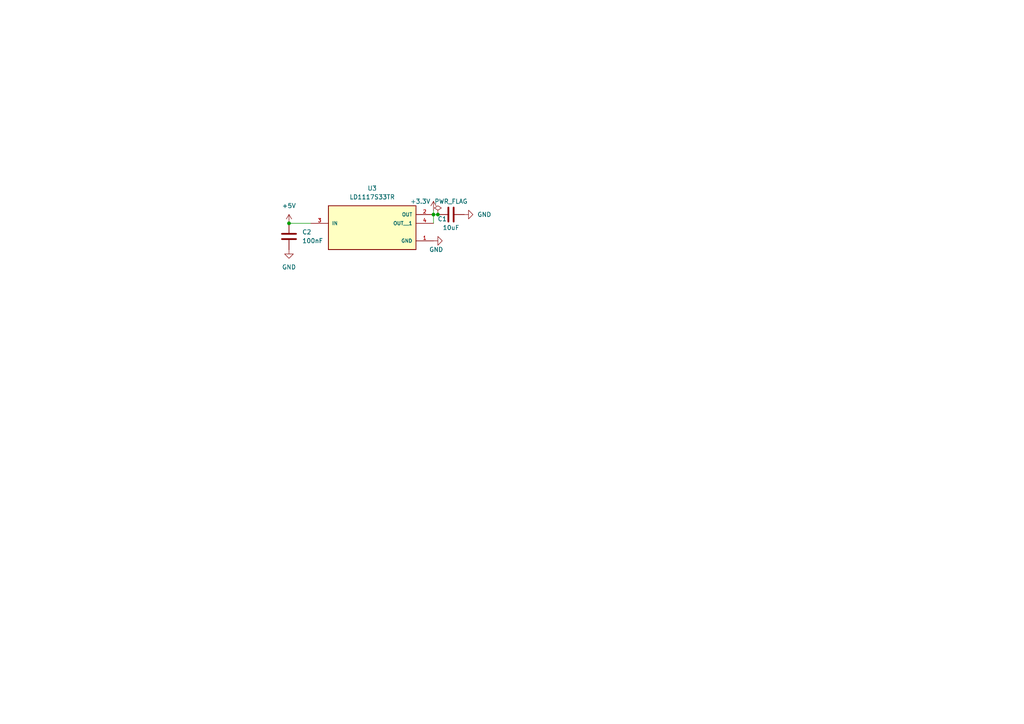
<source format=kicad_sch>
(kicad_sch (version 20230121) (generator eeschema)
  (paper "A4")
  (lib_symbols
    (symbol "Device:C" (pin_numbers hide) (pin_names (offset 0.254))
      (property "Reference" "C" (at 0.635 2.54 0))
      (property "Value" "C" (at 0.635 -2.54 0))
      (symbol "C_0_1"
        (polyline (pts (xy -2.032 -0.762) (xy 2.032 -0.762)) (stroke (width 0.508)))
        (polyline (pts (xy -2.032 0.762) (xy 2.032 0.762)) (stroke (width 0.508)))
      )
      (symbol "C_1_1"
        (pin passive line (at 0 3.81 270) (length 2.794) (name "~") (number "1"))
        (pin passive line (at 0 -3.81 90) (length 2.794) (name "~") (number "2"))
      )
    )
    (symbol "LD1117S33TR:LD1117S33TR" (pin_names (offset 1.016))
      (property "Reference" "U" (at -10.1695 7.6271 0))
      (property "Value" "LD1117S33TR" (at -12.7227 -10.1736 0))
      (symbol "LD1117S33TR_0_0"
        (rectangle (start -12.7 -7.62) (end 12.7 5.08) (stroke (width 0.254)) (fill (type background)))
        (pin power_in line (at 17.78 -5.08 180) (length 5.08) (name "GND") (number "1"))
        (pin output line (at 17.78 2.54 180) (length 5.08) (name "OUT") (number "2"))
        (pin input line (at -17.78 0 0) (length 5.08) (name "IN") (number "3"))
        (pin output line (at 17.78 0 180) (length 5.08) (name "OUT__1") (number "4"))
      )
    )
    (symbol "power:+3.3V" (power) (pin_names (offset 0))
      (property "Value" "+3.3V" (at 0 3.556 0))
      (symbol "+3.3V_0_1"
        (polyline (pts (xy -0.762 1.27) (xy 0 2.54)))
        (polyline (pts (xy 0 0) (xy 0 2.54)))
        (polyline (pts (xy 0 2.54) (xy 0.762 1.27)))
      )
      (symbol "+3.3V_1_1"
        (pin power_in line (at 0 0 90) (length 0) hide (name "+3.3V") (number "1"))
      )
    )
    (symbol "power:+5V" (power) (pin_names (offset 0))
      (property "Value" "+5V" (at 0 3.556 0))
      (symbol "+5V_0_1"
        (polyline (pts (xy -0.762 1.27) (xy 0 2.54)))
        (polyline (pts (xy 0 0) (xy 0 2.54)))
        (polyline (pts (xy 0 2.54) (xy 0.762 1.27)))
      )
      (symbol "+5V_1_1"
        (pin power_in line (at 0 0 90) (length 0) hide (name "+5V") (number "1"))
      )
    )
    (symbol "power:GND" (power) (pin_names (offset 0))
      (property "Value" "GND" (at 0 -3.81 0))
      (symbol "GND_0_1"
        (polyline (pts (xy 0 0) (xy 0 -1.27) (xy 1.27 -1.27) (xy 0 -2.54) (xy -1.27 -1.27) (xy 0 -1.27)))
      )
      (symbol "GND_1_1"
        (pin power_in line (at 0 0 270) (length 0) hide (name "GND") (number "1"))
      )
    )
    (symbol "power:PWR_FLAG" (power) (pin_numbers hide) (pin_names (offset 0) hide)
      (property "Value" "PWR_FLAG" (at 0 3.81 0))
      (symbol "PWR_FLAG_0_0"
        (pin power_out line (at 0 0 90) (length 0) (name "pwr") (number "1"))
      )
      (symbol "PWR_FLAG_0_1"
        (polyline (pts (xy 0 0) (xy 0 1.27) (xy -1.016 1.905) (xy 0 2.54) (xy 1.016 1.905) (xy 0 1.27)))
      )
    )
  )
  (junction (at 127 62.23))
  (junction (at 125.73 62.23))
  (junction (at 83.82 64.77))
  (wire (pts (xy 125.73 60.96) (xy 125.73 62.23)))
  (wire (pts (xy 83.82 64.77) (xy 90.17 64.77)))
  (wire (pts (xy 125.73 62.23) (xy 125.73 64.77)))
  (wire (pts (xy 127 62.23) (xy 125.73 62.23)))
  (symbol (lib_id "LD1117S33TR:LD1117S33TR") (at 107.95 64.77 0) (unit 1)
    (property "Reference" "U3" (at 107.95 54.61 0))
    (property "Value" "LD1117S33TR" (at 107.95 57.15 0))
    (property "Footprint" "LD1117S33TR:SOT230P700X180-4N" (effects hide))
    (property "MANUFACTURER" "ST Microelectronics" (effects hide))
  )
  (symbol (lib_id "power:GND") (at 134.62 62.23 90) (unit 1)
    (property "Reference" "#PWR05" (effects hide))
    (property "Value" "GND" (at 138.43 62.23 90) (effects (justify right)))
  )
  (symbol (lib_id "power:+5V") (at 83.82 64.77 0) (unit 1)
    (property "Reference" "#PWR03" (effects hide))
    (property "Value" "+5V" (at 83.82 59.69 0))
    (instances (project "Motor Programmer Rev. 2" (path "" (reference "#PWR03") (unit 1)) (path "" (reference "#PWR01") (unit 1))))
  )
  (symbol (lib_id "power:PWR_FLAG") (at 127 62.23 0) (unit 1)
    (property "Reference" "#FLG03" (effects hide))
    (property "Value" "PWR_FLAG" (at 130.81 58.42 0))
  )
  (symbol (lib_id "power:GND") (at 125.73 69.85 90) (unit 1)
    (property "Reference" "#PWR02" (effects hide))
    (property "Value" "GND" (at 124.46 72.39 90) (effects (justify right)))
    (instances (project "Motor Programmer Rev. 2" (path "" (reference "#PWR02") (unit 1)) (path "" (reference "#PWR04") (unit 1))))
  )
  (symbol (lib_id "power:+3.3V") (at 125.73 60.96 0) (unit 1)
    (property "Reference" "#PWR01" (effects hide))
    (property "Value" "+3.3V" (at 121.92 58.42 0))
    (instances (project "Motor Programmer Rev. 2" (path "" (reference "#PWR01") (unit 1)) (path "" (reference "#PWR03") (unit 1))) (project "ESP32_S2_SOLO_N4 Kicad Reference Design" (path "" (reference "#PWR03") (unit 1))) (project "esp32" (path "" (reference "#PWR05") (unit 1))))
  )
  (symbol (lib_id "power:GND") (at 83.82 72.39 0) (unit 1)
    (property "Reference" "#PWR04" (effects hide))
    (property "Value" "GND" (at 83.82 77.47 0))
    (instances (project "Motor Programmer Rev. 2" (path "" (reference "#PWR04") (unit 1)) (path "" (reference "#PWR02") (unit 1))))
  )
  (symbol (lib_id "Device:C") (at 130.81 62.23 270) (unit 1)
    (property "Reference" "C1" (at 128.27 63.5 90))
    (property "Value" "10uF" (at 130.81 66.04 90))
    (instances (project "Motor Programmer Rev. 2" (path "" (reference "C1") (unit 1)) (path "" (reference "C2") (unit 1))))
  )
  (symbol (lib_id "Device:C") (at 83.82 68.58 0) (unit 1)
    (property "Reference" "C2" (at 87.63 67.31 0) (effects (justify left)))
    (property "Value" "100nF" (at 87.63 69.85 0) (effects (justify left)))
    (instances (project "Motor Programmer Rev. 2" (path "" (reference "C2") (unit 1)) (path "" (reference "C1") (unit 1))))
  )
)
</source>
